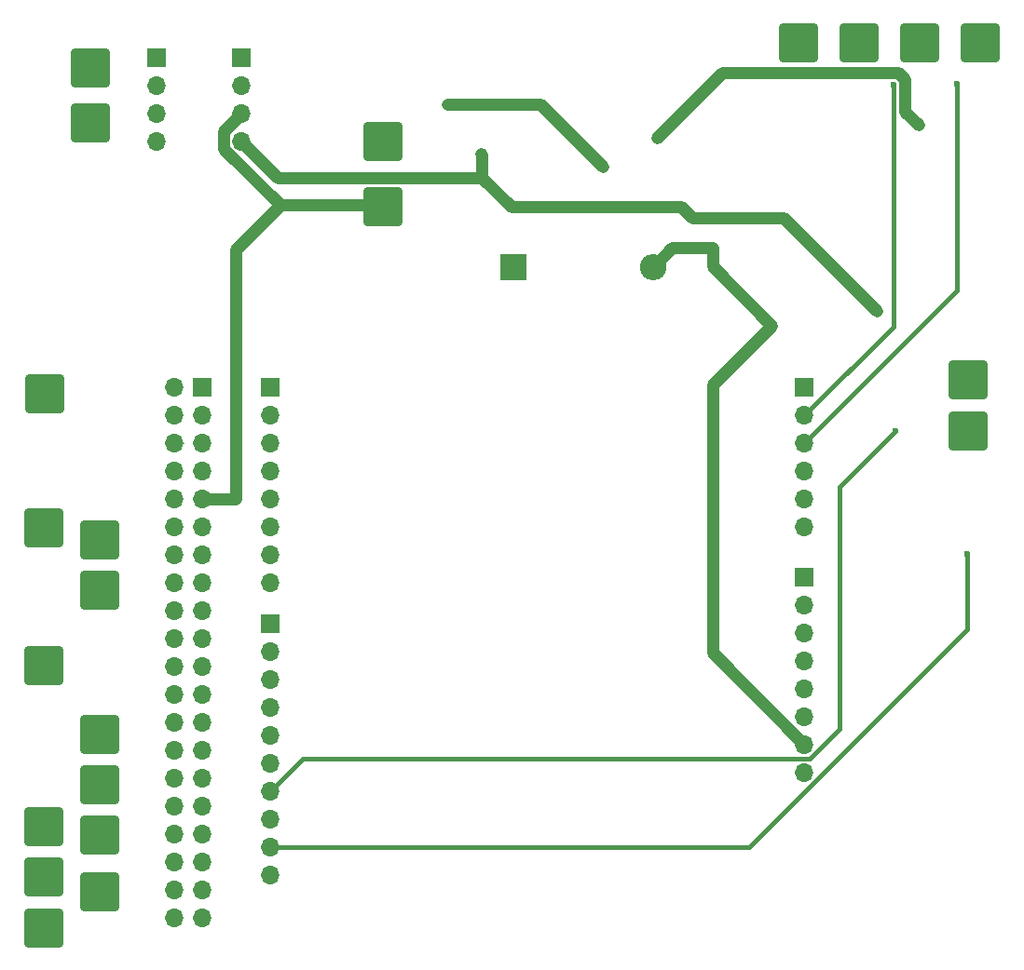
<source format=gbr>
%TF.GenerationSoftware,KiCad,Pcbnew,8.0.2*%
%TF.CreationDate,2024-06-28T22:02:35+02:00*%
%TF.ProjectId,Leiterkarte,4c656974-6572-46b6-9172-74652e6b6963,rev?*%
%TF.SameCoordinates,Original*%
%TF.FileFunction,Copper,L2,Bot*%
%TF.FilePolarity,Positive*%
%FSLAX46Y46*%
G04 Gerber Fmt 4.6, Leading zero omitted, Abs format (unit mm)*
G04 Created by KiCad (PCBNEW 8.0.2) date 2024-06-28 22:02:35*
%MOMM*%
%LPD*%
G01*
G04 APERTURE LIST*
G04 Aperture macros list*
%AMRoundRect*
0 Rectangle with rounded corners*
0 $1 Rounding radius*
0 $2 $3 $4 $5 $6 $7 $8 $9 X,Y pos of 4 corners*
0 Add a 4 corners polygon primitive as box body*
4,1,4,$2,$3,$4,$5,$6,$7,$8,$9,$2,$3,0*
0 Add four circle primitives for the rounded corners*
1,1,$1+$1,$2,$3*
1,1,$1+$1,$4,$5*
1,1,$1+$1,$6,$7*
1,1,$1+$1,$8,$9*
0 Add four rect primitives between the rounded corners*
20,1,$1+$1,$2,$3,$4,$5,0*
20,1,$1+$1,$4,$5,$6,$7,0*
20,1,$1+$1,$6,$7,$8,$9,0*
20,1,$1+$1,$8,$9,$2,$3,0*%
G04 Aperture macros list end*
%TA.AperFunction,ComponentPad*%
%ADD10R,2.400000X2.400000*%
%TD*%
%TA.AperFunction,ComponentPad*%
%ADD11O,2.400000X2.400000*%
%TD*%
%TA.AperFunction,ComponentPad*%
%ADD12RoundRect,0.250002X-1.499998X-1.499998X1.499998X-1.499998X1.499998X1.499998X-1.499998X1.499998X0*%
%TD*%
%TA.AperFunction,ComponentPad*%
%ADD13RoundRect,0.250002X1.499998X1.499998X-1.499998X1.499998X-1.499998X-1.499998X1.499998X-1.499998X0*%
%TD*%
%TA.AperFunction,ComponentPad*%
%ADD14O,1.700000X1.700000*%
%TD*%
%TA.AperFunction,ComponentPad*%
%ADD15R,1.700000X1.700000*%
%TD*%
%TA.AperFunction,ViaPad*%
%ADD16C,0.600000*%
%TD*%
%TA.AperFunction,Conductor*%
%ADD17C,1.100000*%
%TD*%
%TA.AperFunction,Conductor*%
%ADD18C,0.400000*%
%TD*%
%TA.AperFunction,Conductor*%
%ADD19C,0.200000*%
%TD*%
G04 APERTURE END LIST*
D10*
%TO.P,D2,1,K*%
%TO.N,Net-(D2-K)*%
X139850000Y-83200000D03*
D11*
%TO.P,D2,2,A*%
%TO.N,BRD_GND*%
X152550000Y-83200000D03*
%TD*%
D12*
%TO.P,RBLINK_1,1,Pin_1*%
%TO.N,RBLINK_In*%
X181200000Y-98100000D03*
%TD*%
%TO.P,VIN1,1,Pin_1*%
%TO.N,BOARD_VIN*%
X128000000Y-71800000D03*
%TD*%
%TO.P,GND1,1,Pin_1*%
%TO.N,BRD_GND*%
X128000000Y-77700000D03*
%TD*%
%TO.P,J27,1,Pin_1*%
%TO.N,Net-(J27-Pin_1)*%
X97200000Y-143300000D03*
%TD*%
%TO.P,J26,1,Pin_1*%
%TO.N,Net-(J26-Pin_1)*%
X97200000Y-138700000D03*
%TD*%
%TO.P,J25,1,Pin_1*%
%TO.N,Net-(J25-Pin_1)*%
X97200000Y-134100000D03*
%TD*%
%TO.P,J24,1,Pin_1*%
%TO.N,Net-(J24-Pin_1)*%
X97200000Y-119500000D03*
%TD*%
%TO.P,J23,1,Pin_1*%
%TO.N,Net-(J23-Pin_1)*%
X97200000Y-106900000D03*
%TD*%
%TO.P,J21,1,Pin_1*%
%TO.N,5V_OUT*%
X97300000Y-94700000D03*
%TD*%
%TO.P,J20,1,Pin_1*%
%TO.N,Net-(J20-Pin_1)*%
X102300000Y-140000000D03*
%TD*%
%TO.P,J19,1,Pin_1*%
%TO.N,Net-(J19-Pin_1)*%
X102300000Y-134900000D03*
%TD*%
%TO.P,J18,1,Pin_1*%
%TO.N,Net-(J18-Pin_1)*%
X102300000Y-130300000D03*
%TD*%
%TO.P,J17,1,Pin_1*%
%TO.N,Net-(J17-Pin_1)*%
X102300000Y-125700000D03*
%TD*%
%TO.P,J16,1,Pin_1*%
%TO.N,Net-(J16-Pin_1)*%
X102300000Y-112600000D03*
%TD*%
%TO.P,J15,1,Pin_1*%
%TO.N,Net-(J15-Pin_1)*%
X102300000Y-108000000D03*
%TD*%
%TO.P,RPM_1,1,Pin_1*%
%TO.N,RPM_In*%
X165800000Y-62800000D03*
%TD*%
%TO.P,FUEL_1,1,Pin_1*%
%TO.N,FUEL_In*%
X171300000Y-62800000D03*
%TD*%
%TO.P,OIL_1,1,Pin_1*%
%TO.N,OIL_In*%
X176800000Y-62800000D03*
%TD*%
%TO.P,TEMP_1,1,Pin_1*%
%TO.N,TEMP_In*%
X182300000Y-62800000D03*
%TD*%
%TO.P,LBLINK_1,1,Pin_1*%
%TO.N,LBLINK_In*%
X181170000Y-93500000D03*
%TD*%
%TO.P,SPEED-_1,1,Pin_1*%
%TO.N,SPEED-_In*%
X101470000Y-65090000D03*
%TD*%
D13*
%TO.P,SPEED+_1,1,Pin_1*%
%TO.N,SPEED+_In*%
X101450000Y-70070000D03*
%TD*%
D14*
%TO.P,J12,4,Pin_4*%
%TO.N,5V_OUT*%
X115170000Y-71795000D03*
%TO.P,J12,3,Pin_3*%
%TO.N,BRD_GND*%
X115170000Y-69255000D03*
%TO.P,J12,2,Pin_2*%
%TO.N,unconnected-(J12-Pin_2-Pad2)*%
X115170000Y-66715000D03*
D15*
%TO.P,J12,1,Pin_1*%
%TO.N,SPEED_Out*%
X115170000Y-64175000D03*
%TD*%
%TO.P,J5,1,Pin_1*%
%TO.N,unconnected-(J5-Pin_1-Pad1)*%
X111570000Y-94175000D03*
D14*
%TO.P,J5,2,Pin_2*%
%TO.N,5V_OUT*%
X109030000Y-94175000D03*
%TO.P,J5,3,Pin_3*%
%TO.N,unconnected-(J5-Pin_3-Pad3)*%
X111570000Y-96715000D03*
%TO.P,J5,4,Pin_4*%
%TO.N,unconnected-(J5-Pin_4-Pad4)*%
X109030000Y-96715000D03*
%TO.P,J5,5,Pin_5*%
%TO.N,unconnected-(J5-Pin_5-Pad5)*%
X111570000Y-99255000D03*
%TO.P,J5,6,Pin_6*%
%TO.N,unconnected-(J5-Pin_6-Pad6)*%
X109030000Y-99255000D03*
%TO.P,J5,7,Pin_7*%
%TO.N,unconnected-(J5-Pin_7-Pad7)*%
X111570000Y-101795000D03*
%TO.P,J5,8,Pin_8*%
%TO.N,unconnected-(J5-Pin_8-Pad8)*%
X109030000Y-101795000D03*
%TO.P,J5,9,Pin_9*%
%TO.N,BRD_GND*%
X111570000Y-104335000D03*
%TO.P,J5,10,Pin_10*%
%TO.N,unconnected-(J5-Pin_10-Pad10)*%
X109030000Y-104335000D03*
%TO.P,J5,11,Pin_11*%
%TO.N,Net-(J15-Pin_1)*%
X111570000Y-106875000D03*
%TO.P,J5,12,Pin_12*%
%TO.N,Net-(J23-Pin_1)*%
X109030000Y-106875000D03*
%TO.P,J5,13,Pin_13*%
%TO.N,Net-(J16-Pin_1)*%
X111570000Y-109415000D03*
%TO.P,J5,14,Pin_14*%
%TO.N,unconnected-(J5-Pin_14-Pad14)*%
X109030000Y-109415000D03*
%TO.P,J5,15,Pin_15*%
%TO.N,unconnected-(J5-Pin_15-Pad15)*%
X111570000Y-111955000D03*
%TO.P,J5,16,Pin_16*%
%TO.N,unconnected-(J5-Pin_16-Pad16)*%
X109030000Y-111955000D03*
%TO.P,J5,17,Pin_17*%
%TO.N,unconnected-(J5-Pin_17-Pad17)*%
X111570000Y-114495000D03*
%TO.P,J5,18,Pin_18*%
%TO.N,unconnected-(J5-Pin_18-Pad18)*%
X109030000Y-114495000D03*
%TO.P,J5,19,Pin_19*%
%TO.N,unconnected-(J5-Pin_19-Pad19)*%
X111570000Y-117035000D03*
%TO.P,J5,20,Pin_20*%
%TO.N,unconnected-(J5-Pin_20-Pad20)*%
X109030000Y-117035000D03*
%TO.P,J5,21,Pin_21*%
%TO.N,unconnected-(J5-Pin_21-Pad21)*%
X111570000Y-119575000D03*
%TO.P,J5,22,Pin_22*%
%TO.N,Net-(J24-Pin_1)*%
X109030000Y-119575000D03*
%TO.P,J5,23,Pin_23*%
%TO.N,unconnected-(J5-Pin_23-Pad23)*%
X111570000Y-122115000D03*
%TO.P,J5,24,Pin_24*%
%TO.N,unconnected-(J5-Pin_24-Pad24)*%
X109030000Y-122115000D03*
%TO.P,J5,25,Pin_25*%
%TO.N,unconnected-(J5-Pin_25-Pad25)*%
X111570000Y-124655000D03*
%TO.P,J5,26,Pin_26*%
%TO.N,unconnected-(J5-Pin_26-Pad26)*%
X109030000Y-124655000D03*
%TO.P,J5,27,Pin_27*%
%TO.N,unconnected-(J5-Pin_27-Pad27)*%
X111570000Y-127195000D03*
%TO.P,J5,28,Pin_28*%
%TO.N,unconnected-(J5-Pin_28-Pad28)*%
X109030000Y-127195000D03*
%TO.P,J5,29,Pin_29*%
%TO.N,Net-(J17-Pin_1)*%
X111570000Y-129735000D03*
%TO.P,J5,30,Pin_30*%
%TO.N,unconnected-(J5-Pin_30-Pad30)*%
X109030000Y-129735000D03*
%TO.P,J5,31,Pin_31*%
%TO.N,Net-(J18-Pin_1)*%
X111570000Y-132275000D03*
%TO.P,J5,32,Pin_32*%
%TO.N,unconnected-(J5-Pin_32-Pad32)*%
X109030000Y-132275000D03*
%TO.P,J5,33,Pin_33*%
%TO.N,Net-(J19-Pin_1)*%
X111570000Y-134815000D03*
%TO.P,J5,34,Pin_34*%
%TO.N,unconnected-(J5-Pin_34-Pad34)*%
X109030000Y-134815000D03*
%TO.P,J5,35,Pin_35*%
%TO.N,unconnected-(J5-Pin_35-Pad35)*%
X111570000Y-137355000D03*
%TO.P,J5,36,Pin_36*%
%TO.N,Net-(J25-Pin_1)*%
X109030000Y-137355000D03*
%TO.P,J5,37,Pin_37*%
%TO.N,Net-(J20-Pin_1)*%
X111570000Y-139895000D03*
%TO.P,J5,38,Pin_38*%
%TO.N,Net-(J26-Pin_1)*%
X109030000Y-139895000D03*
%TO.P,J5,39,Pin_39*%
%TO.N,unconnected-(J5-Pin_39-Pad39)*%
X111570000Y-142435000D03*
%TO.P,J5,40,Pin_40*%
%TO.N,Net-(J27-Pin_1)*%
X109030000Y-142435000D03*
%TD*%
%TO.P,J3,8,Pin_8*%
%TO.N,unconnected-(J3-Pin_8-Pad8)*%
X166320000Y-129205000D03*
%TO.P,J3,7,Pin_7*%
%TO.N,BRD_GND*%
X166320000Y-126665000D03*
%TO.P,J3,6,Pin_6*%
%TO.N,unconnected-(J3-Pin_6-Pad6)*%
X166320000Y-124125000D03*
%TO.P,J3,5,Pin_5*%
%TO.N,unconnected-(J3-Pin_5-Pad5)*%
X166320000Y-121585000D03*
%TO.P,J3,4,Pin_4*%
%TO.N,unconnected-(J3-Pin_4-Pad4)*%
X166320000Y-119045000D03*
%TO.P,J3,3,Pin_3*%
%TO.N,unconnected-(J3-Pin_3-Pad3)*%
X166320000Y-116505000D03*
%TO.P,J3,2,Pin_2*%
%TO.N,ARD_5V*%
X166320000Y-113965000D03*
D15*
%TO.P,J3,1,Pin_1*%
%TO.N,unconnected-(J3-Pin_1-Pad1)*%
X166320000Y-111425000D03*
%TD*%
D14*
%TO.P,J2,8,Pin_8*%
%TO.N,unconnected-(J2-Pin_8-Pad8)*%
X117820000Y-111955000D03*
%TO.P,J2,7,Pin_7*%
%TO.N,unconnected-(J2-Pin_7-Pad7)*%
X117820000Y-109415000D03*
%TO.P,J2,6,Pin_6*%
%TO.N,unconnected-(J2-Pin_6-Pad6)*%
X117820000Y-106875000D03*
%TO.P,J2,5,Pin_5*%
%TO.N,SPEED_Out*%
X117820000Y-104335000D03*
%TO.P,J2,4,Pin_4*%
%TO.N,unconnected-(J2-Pin_4-Pad4)*%
X117820000Y-101795000D03*
%TO.P,J2,3,Pin_3*%
%TO.N,unconnected-(J2-Pin_3-Pad3)*%
X117820000Y-99255000D03*
%TO.P,J2,2,Pin_2*%
%TO.N,unconnected-(J2-Pin_2-Pad2)*%
X117820000Y-96715000D03*
D15*
%TO.P,J2,1,Pin_1*%
%TO.N,unconnected-(J2-Pin_1-Pad1)*%
X117820000Y-94175000D03*
%TD*%
D14*
%TO.P,J4,6,Pin_6*%
%TO.N,unconnected-(J4-Pin_6-Pad6)*%
X166320000Y-106875000D03*
%TO.P,J4,5,Pin_5*%
%TO.N,unconnected-(J4-Pin_5-Pad5)*%
X166320000Y-104335000D03*
%TO.P,J4,4,Pin_4*%
%TO.N,unconnected-(J4-Pin_4-Pad4)*%
X166320000Y-101795000D03*
%TO.P,J4,3,Pin_3*%
%TO.N,TEMP_In*%
X166320000Y-99255000D03*
%TO.P,J4,2,Pin_2*%
%TO.N,OIL_In*%
X166320000Y-96715000D03*
D15*
%TO.P,J4,1,Pin_1*%
%TO.N,FUEL_In*%
X166320000Y-94175000D03*
%TD*%
D14*
%TO.P,J1,10,Pin_10*%
%TO.N,unconnected-(J1-Pin_10-Pad10)*%
X117820000Y-138535000D03*
%TO.P,J1,9,Pin_9*%
%TO.N,RBLINK_Out*%
X117820000Y-135995000D03*
%TO.P,J1,8,Pin_8*%
%TO.N,unconnected-(J1-Pin_8-Pad8)*%
X117820000Y-133455000D03*
%TO.P,J1,7,Pin_7*%
%TO.N,LBLINK_Out*%
X117820000Y-130915000D03*
%TO.P,J1,6,Pin_6*%
%TO.N,unconnected-(J1-Pin_6-Pad6)*%
X117820000Y-128375000D03*
%TO.P,J1,5,Pin_5*%
%TO.N,RPM_Out*%
X117820000Y-125835000D03*
%TO.P,J1,4,Pin_4*%
%TO.N,unconnected-(J1-Pin_4-Pad4)*%
X117820000Y-123295000D03*
%TO.P,J1,3,Pin_3*%
%TO.N,unconnected-(J1-Pin_3-Pad3)*%
X117820000Y-120755000D03*
%TO.P,J1,2,Pin_2*%
%TO.N,unconnected-(J1-Pin_2-Pad2)*%
X117820000Y-118215000D03*
D15*
%TO.P,J1,1,Pin_1*%
%TO.N,unconnected-(J1-Pin_1-Pad1)*%
X117820000Y-115675000D03*
%TD*%
D14*
%TO.P,J11,4,Pin_4*%
%TO.N,unconnected-(J11-Pin_4-Pad4)*%
X107420000Y-71795000D03*
%TO.P,J11,3,Pin_3*%
%TO.N,unconnected-(J11-Pin_3-Pad3)*%
X107420000Y-69255000D03*
%TO.P,J11,2,Pin_2*%
%TO.N,SPEED+_In*%
X107420000Y-66715000D03*
D15*
%TO.P,J11,1,Pin_1*%
%TO.N,SPEED-_In*%
X107420000Y-64175000D03*
%TD*%
D16*
%TO.N,Net-(D2-K)*%
X152900000Y-71500000D03*
X176700000Y-70300000D03*
%TO.N,5V_OUT*%
X172900000Y-87200000D03*
X136900000Y-72900000D03*
%TO.N,Net-(U1-VIN)*%
X133900000Y-68400000D03*
X148000000Y-74100000D03*
%TO.N,5V_OUT*%
X156100000Y-78700000D03*
%TO.N,BRD_GND*%
X157970000Y-81475000D03*
%TO.N,LBLINK_Out*%
X174620000Y-98110000D03*
%TO.N,RBLINK_Out*%
X181160000Y-109320000D03*
%TO.N,TEMP_In*%
X180190000Y-66590000D03*
%TO.N,OIL_In*%
X174410000Y-66600000D03*
%TD*%
D17*
%TO.N,BRD_GND*%
X154275000Y-81475000D02*
X152550000Y-83200000D01*
X157970000Y-81475000D02*
X154275000Y-81475000D01*
%TO.N,Net-(D2-K)*%
X158850000Y-65550000D02*
X152900000Y-71500000D01*
X174844925Y-65550000D02*
X158850000Y-65550000D01*
X176700000Y-70300000D02*
X175460000Y-69060000D01*
X175460000Y-69060000D02*
X175460000Y-66165075D01*
X175460000Y-66165075D02*
X174844925Y-65550000D01*
%TO.N,5V_OUT*%
X164400000Y-78700000D02*
X172900000Y-87200000D01*
X156100000Y-78700000D02*
X164400000Y-78700000D01*
X155150000Y-77750000D02*
X156100000Y-78700000D01*
X139680000Y-77750000D02*
X155150000Y-77750000D01*
X137005000Y-73005000D02*
X136900000Y-72900000D01*
X137005000Y-75075000D02*
X137005000Y-73005000D01*
%TO.N,Net-(U1-VIN)*%
X142300000Y-68400000D02*
X133900000Y-68400000D01*
X148000000Y-74100000D02*
X142300000Y-68400000D01*
%TO.N,BRD_GND*%
X157970000Y-83120000D02*
X157970000Y-81475000D01*
X163375000Y-88525000D02*
X157970000Y-83120000D01*
X157970000Y-93930000D02*
X163375000Y-88525000D01*
X157970000Y-118315000D02*
X157970000Y-93930000D01*
X114665000Y-81597258D02*
X118687258Y-77575000D01*
X114665000Y-104335000D02*
X114665000Y-81597258D01*
X111570000Y-104335000D02*
X114665000Y-104335000D01*
X127970000Y-77575000D02*
X118687258Y-77575000D01*
D18*
%TO.N,LBLINK_Out*%
X166797767Y-127955000D02*
X120780000Y-127955000D01*
X120780000Y-127955000D02*
X117820000Y-130915000D01*
X169545000Y-125207767D02*
X166797767Y-127955000D01*
X169545000Y-103185000D02*
X169545000Y-125207767D01*
X174620000Y-98110000D02*
X169545000Y-103185000D01*
D17*
%TO.N,BRD_GND*%
X113570000Y-70855000D02*
X115170000Y-69255000D01*
X113570000Y-72457742D02*
X113570000Y-70855000D01*
X118687258Y-77575000D02*
X113570000Y-72457742D01*
%TO.N,5V_OUT*%
X118450000Y-75075000D02*
X115170000Y-71795000D01*
X137005000Y-75075000D02*
X118450000Y-75075000D01*
X139680000Y-77750000D02*
X137005000Y-75075000D01*
%TO.N,BRD_GND*%
X157970000Y-118315000D02*
X166320000Y-126665000D01*
D19*
%TO.N,unconnected-(J5-Pin_6-Pad6)*%
X109030000Y-99255000D02*
X109943654Y-99255000D01*
D18*
%TO.N,TEMP_In*%
X180190000Y-85385000D02*
X166320000Y-99255000D01*
X180190000Y-66590000D02*
X180190000Y-85385000D01*
%TO.N,OIL_In*%
X174410000Y-66600000D02*
X174410000Y-88625000D01*
X174410000Y-88625000D02*
X166320000Y-96715000D01*
%TO.N,RBLINK_Out*%
X181160000Y-109320000D02*
X181160000Y-116132767D01*
X161297767Y-135995000D02*
X117820000Y-135995000D01*
X181160000Y-116132767D02*
X161297767Y-135995000D01*
%TD*%
M02*

</source>
